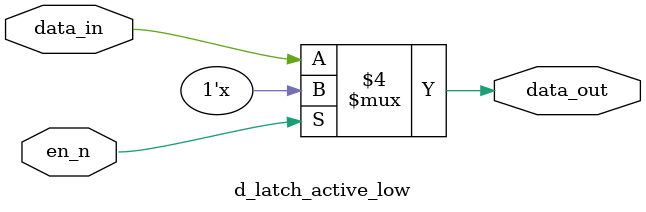
<source format=sv>
module d_latch_active_low (
    input wire data_in,
    input wire en_n,     // Active low enable
    output reg data_out
);
    always @* begin
        if (!en_n)
            data_out = data_in;
    end
endmodule
</source>
